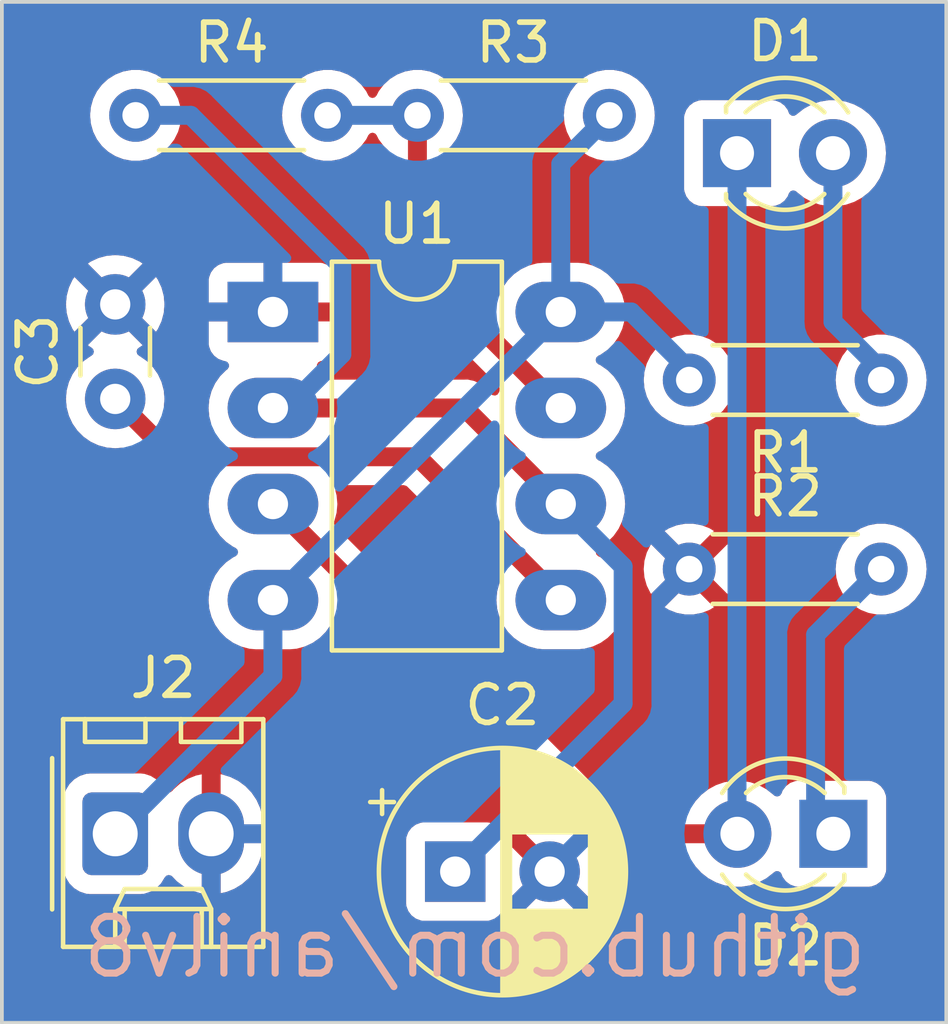
<source format=kicad_pcb>
(kicad_pcb (version 20221018) (generator pcbnew)
  (title_block (title "Flip-Flop with NE555 Timer") (date "2023-06-17") (rev "1.0"))
  (layers (0 "F.Cu" signal) (31 "B.Cu" signal) (34 "B.Paste" user) (35 "F.Paste" user) (36 "B.SilkS" user "B.Silkscreen") (37 "F.SilkS" user "F.Silkscreen") (38 "B.Mask" user) (39 "F.Mask" user) (44 "Edge.Cuts" user))
  (net 0 "")
  (net 1 "Net-(U1-THR)")
  (net 2 "GND")
  (net 3 "Net-(U1-CV)")
  (net 4 "Net-(D1-K)")
  (net 5 "Net-(D1-A)")
  (net 6 "Net-(D2-K)")
  (net 7 "+5V")
  (net 8 "Net-(U1-DIS)")
  (footprint "Resistor_THT:R_Axial_DIN0204_L3.6mm_D1.6mm_P5.08mm_Horizontal" (layer "F.Cu") (at 131 65)
    (fp_text reference "R3" (at 2.54 -1.92) (layer "F.SilkS"))
    (fp_text value "100k")
    (fp_line (start 0.62 -0.92) (end 4.46 -0.92) (stroke (width 0.12)) (layer "F.SilkS"))
    (fp_line (start 0.62 0.92) (end 4.46 0.92) (stroke (width 0.12)) (layer "F.SilkS"))
    (pad "1" thru_hole circle (at 0 0) (size 1.4 1.4) (drill 0.7) (layers "*.Cu" "*.Mask") (net 8 "Net-(U1-DIS)"))
    (pad "2" thru_hole oval (at 5.08 0) (size 1.4 1.4) (drill 0.7) (layers "*.Cu" "*.Mask") (net 7 "+5V"))
  )
  (footprint "Resistor_THT:R_Axial_DIN0204_L3.6mm_D1.6mm_P5.08mm_Horizontal" (layer "F.Cu") (at 123.54 65)
    (fp_text reference "R4" (at 2.54 -1.92) (layer "F.SilkS"))
    (fp_text value "50k" hide)
    (fp_line (start 0.62 -0.92) (end 4.46 -0.92) (stroke (width 0.12)) (layer "F.SilkS"))
    (fp_line (start 0.62 0.92) (end 4.46 0.92) (stroke (width 0.12)) (layer "F.SilkS"))
    (pad "1" thru_hole circle (at 0 0) (size 1.4 1.4) (drill 0.7) (layers "*.Cu" "*.Mask") (net 1 "Net-(U1-THR)"))
    (pad "2" thru_hole oval (at 5.08 0) (size 1.4 1.4) (drill 0.7) (layers "*.Cu" "*.Mask") (net 8 "Net-(U1-DIS)"))
  )
  (footprint "LED_THT:LED_D3.0mm" (layer "F.Cu") (at 139.46 66)
    (fp_text reference "D1" (at 1.27 -2.96) (layer "F.SilkS"))
    (fp_text value "LED")
    (fp_line (start -0.29 -1.236) (end -0.29 -1.08) (stroke (width 0.12)) (layer "F.SilkS"))
    (fp_line (start -0.29 1.08) (end -0.29 1.236) (stroke (width 0.12)) (layer "F.SilkS"))
    (fp_arc (start -0.29 -1.235516) (mid 1.366487 -1.987659) (end 2.942335 -1.078608) (stroke (width 0.12)) (layer "F.SilkS"))
    (fp_arc (start 0.229039 -1.08) (mid 1.270117 -1.5) (end 2.31113 -1.079837) (stroke (width 0.12)) (layer "F.SilkS"))
    (fp_arc (start 2.31113 1.079837) (mid 1.270117 1.5) (end 0.229039 1.08) (stroke (width 0.12)) (layer "F.SilkS"))
    (fp_arc (start 2.942335 1.078608) (mid 1.366487 1.987659) (end -0.29 1.235516) (stroke (width 0.12)) (layer "F.SilkS"))
    (pad "1" thru_hole rect (at 0 0) (size 1.8 1.8) (drill 0.9) (layers "*.Cu" "*.Mask") (net 4 "Net-(D1-K)"))
    (pad "2" thru_hole circle (at 2.54 0) (size 1.8 1.8) (drill 0.9) (layers "*.Cu" "*.Mask") (net 5 "Net-(D1-A)"))
  )
  (footprint "Package_DIP:DIP-8_W7.62mm_LongPads" (layer "F.Cu") (at 127.175 70.2)
    (fp_text reference "U1" (at 3.81 -2.33) (layer "F.SilkS"))
    (fp_text value "NE555P")
    (fp_line (start 1.56 -1.33) (end 1.56 8.95) (stroke (width 0.12)) (layer "F.SilkS"))
    (fp_line (start 1.56 8.95) (end 6.06 8.95) (stroke (width 0.12)) (layer "F.SilkS"))
    (fp_line (start 2.81 -1.33) (end 1.56 -1.33) (stroke (width 0.12)) (layer "F.SilkS"))
    (fp_line (start 6.06 -1.33) (end 4.81 -1.33) (stroke (width 0.12)) (layer "F.SilkS"))
    (fp_line (start 6.06 8.95) (end 6.06 -1.33) (stroke (width 0.12)) (layer "F.SilkS"))
    (fp_arc (start 4.81 -1.33) (mid 3.81 -0.33) (end 2.81 -1.33) (stroke (width 0.12)) (layer "F.SilkS"))
    (pad "1" thru_hole rect (at 0 0) (size 2.4 1.6) (drill 0.8) (layers "*.Cu" "*.Mask") (net 2 "GND"))
    (pad "2" thru_hole oval (at 0 2.54) (size 2.4 1.6) (drill 0.8) (layers "*.Cu" "*.Mask") (net 1 "Net-(U1-THR)"))
    (pad "3" thru_hole oval (at 0 5.08) (size 2.4 1.6) (drill 0.8) (layers "*.Cu" "*.Mask") (net 4 "Net-(D1-K)"))
    (pad "4" thru_hole oval (at 0 7.62) (size 2.4 1.6) (drill 0.8) (layers "*.Cu" "*.Mask") (net 7 "+5V"))
    (pad "5" thru_hole oval (at 7.62 7.62) (size 2.4 1.6) (drill 0.8) (layers "*.Cu" "*.Mask") (net 3 "Net-(U1-CV)"))
    (pad "6" thru_hole oval (at 7.62 5.08) (size 2.4 1.6) (drill 0.8) (layers "*.Cu" "*.Mask") (net 1 "Net-(U1-THR)"))
    (pad "7" thru_hole oval (at 7.62 2.54) (size 2.4 1.6) (drill 0.8) (layers "*.Cu" "*.Mask") (net 8 "Net-(U1-DIS)"))
    (pad "8" thru_hole oval (at 7.62 0) (size 2.4 1.6) (drill 0.8) (layers "*.Cu" "*.Mask") (net 7 "+5V"))
  )
  (footprint "Resistor_THT:R_Axial_DIN0204_L3.6mm_D1.6mm_P5.08mm_Horizontal" (layer "F.Cu") (at 138.195 77)
    (fp_text reference "R2" (at 2.54 -1.92) (layer "F.SilkS"))
    (fp_text value "330" hide)
    (fp_line (start 0.62 -0.92) (end 4.46 -0.92) (stroke (width 0.12)) (layer "F.SilkS"))
    (fp_line (start 0.62 0.92) (end 4.46 0.92) (stroke (width 0.12)) (layer "F.SilkS"))
    (pad "1" thru_hole circle (at 0 0) (size 1.4 1.4) (drill 0.7) (layers "*.Cu" "*.Mask") (net 2 "GND"))
    (pad "2" thru_hole oval (at 5.08 0) (size 1.4 1.4) (drill 0.7) (layers "*.Cu" "*.Mask") (net 6 "Net-(D2-K)"))
  )
  (footprint "Resistor_THT:R_Axial_DIN0204_L3.6mm_D1.6mm_P5.08mm_Horizontal" (layer "F.Cu") (at 143.275 72 180)
    (fp_text reference "R1" (at 2.54 -1.92) (layer "F.SilkS"))
    (fp_text value "330" hide)
    (fp_line (start 0.62 -0.92) (end 4.46 -0.92) (stroke (width 0.12)) (layer "F.SilkS"))
    (fp_line (start 0.62 0.92) (end 4.46 0.92) (stroke (width 0.12)) (layer "F.SilkS"))
    (pad "1" thru_hole circle (at 0 0 180) (size 1.4 1.4) (drill 0.7) (layers "*.Cu" "*.Mask") (net 5 "Net-(D1-A)"))
    (pad "2" thru_hole oval (at 5.08 0 180) (size 1.4 1.4) (drill 0.7) (layers "*.Cu" "*.Mask") (net 7 "+5V"))
  )
  (footprint "Capacitor_THT:CP_Radial_D6.3mm_P2.50mm" (layer "F.Cu") (at 132 85)
    (fp_text reference "C2" (at 1.25 -4.4) (layer "F.SilkS"))
    (fp_text value "10u" hide)
    (fp_line (start -2.250241 -1.839) (end -1.620241 -1.839) (stroke (width 0.12)) (layer "F.SilkS"))
    (fp_line (start -1.935241 -2.154) (end -1.935241 -1.524) (stroke (width 0.12)) (layer "F.SilkS"))
    (fp_line (start 1.25 -3.23) (end 1.25 3.23) (stroke (width 0.12)) (layer "F.SilkS"))
    (fp_line (start 1.29 -3.23) (end 1.29 3.23) (stroke (width 0.12)) (layer "F.SilkS"))
    (fp_line (start 1.33 -3.23) (end 1.33 3.23) (stroke (width 0.12)) (layer "F.SilkS"))
    (fp_line (start 1.37 -3.228) (end 1.37 3.228) (stroke (width 0.12)) (layer "F.SilkS"))
    (fp_line (start 1.41 -3.227) (end 1.41 3.227) (stroke (width 0.12)) (layer "F.SilkS"))
    (fp_line (start 1.45 -3.224) (end 1.45 3.224) (stroke (width 0.12)) (layer "F.SilkS"))
    (fp_line (start 1.49 -3.222) (end 1.49 -1.04) (stroke (width 0.12)) (layer "F.SilkS"))
    (fp_line (start 1.49 1.04) (end 1.49 3.222) (stroke (width 0.12)) (layer "F.SilkS"))
    (fp_line (start 1.53 -3.218) (end 1.53 -1.04) (stroke (width 0.12)) (layer "F.SilkS"))
    (fp_line (start 1.53 1.04) (end 1.53 3.218) (stroke (width 0.12)) (layer "F.SilkS"))
    (fp_line (start 1.57 -3.215) (end 1.57 -1.04) (stroke (width 0.12)) (layer "F.SilkS"))
    (fp_line (start 1.57 1.04) (end 1.57 3.215) (stroke (width 0.12)) (layer "F.SilkS"))
    (fp_line (start 1.61 -3.211) (end 1.61 -1.04) (stroke (width 0.12)) (layer "F.SilkS"))
    (fp_line (start 1.61 1.04) (end 1.61 3.211) (stroke (width 0.12)) (layer "F.SilkS"))
    (fp_line (start 1.65 -3.206) (end 1.65 -1.04) (stroke (width 0.12)) (layer "F.SilkS"))
    (fp_line (start 1.65 1.04) (end 1.65 3.206) (stroke (width 0.12)) (layer "F.SilkS"))
    (fp_line (start 1.69 -3.201) (end 1.69 -1.04) (stroke (width 0.12)) (layer "F.SilkS"))
    (fp_line (start 1.69 1.04) (end 1.69 3.201) (stroke (width 0.12)) (layer "F.SilkS"))
    (fp_line (start 1.73 -3.195) (end 1.73 -1.04) (stroke (width 0.12)) (layer "F.SilkS"))
    (fp_line (start 1.73 1.04) (end 1.73 3.195) (stroke (width 0.12)) (layer "F.SilkS"))
    (fp_line (start 1.77 -3.189) (end 1.77 -1.04) (stroke (width 0.12)) (layer "F.SilkS"))
    (fp_line (start 1.77 1.04) (end 1.77 3.189) (stroke (width 0.12)) (layer "F.SilkS"))
    (fp_line (start 1.81 -3.182) (end 1.81 -1.04) (stroke (width 0.12)) (layer "F.SilkS"))
    (fp_line (start 1.81 1.04) (end 1.81 3.182) (stroke (width 0.12)) (layer "F.SilkS"))
    (fp_line (start 1.85 -3.175) (end 1.85 -1.04) (stroke (width 0.12)) (layer "F.SilkS"))
    (fp_line (start 1.85 1.04) (end 1.85 3.175) (stroke (width 0.12)) (layer "F.SilkS"))
    (fp_line (start 1.89 -3.167) (end 1.89 -1.04) (stroke (width 0.12)) (layer "F.SilkS"))
    (fp_line (start 1.89 1.04) (end 1.89 3.167) (stroke (width 0.12)) (layer "F.SilkS"))
    (fp_line (start 1.93 -3.159) (end 1.93 -1.04) (stroke (width 0.12)) (layer "F.SilkS"))
    (fp_line (start 1.93 1.04) (end 1.93 3.159) (stroke (width 0.12)) (layer "F.SilkS"))
    (fp_line (start 1.971 -3.15) (end 1.971 -1.04) (stroke (width 0.12)) (layer "F.SilkS"))
    (fp_line (start 1.971 1.04) (end 1.971 3.15) (stroke (width 0.12)) (layer "F.SilkS"))
    (fp_line (start 2.011 -3.141) (end 2.011 -1.04) (stroke (width 0.12)) (layer "F.SilkS"))
    (fp_line (start 2.011 1.04) (end 2.011 3.141) (stroke (width 0.12)) (layer "F.SilkS"))
    (fp_line (start 2.051 -3.131) (end 2.051 -1.04) (stroke (width 0.12)) (layer "F.SilkS"))
    (fp_line (start 2.051 1.04) (end 2.051 3.131) (stroke (width 0.12)) (layer "F.SilkS"))
    (fp_line (start 2.091 -3.121) (end 2.091 -1.04) (stroke (width 0.12)) (layer "F.SilkS"))
    (fp_line (start 2.091 1.04) (end 2.091 3.121) (stroke (width 0.12)) (layer "F.SilkS"))
    (fp_line (start 2.131 -3.11) (end 2.131 -1.04) (stroke (width 0.12)) (layer "F.SilkS"))
    (fp_line (start 2.131 1.04) (end 2.131 3.11) (stroke (width 0.12)) (layer "F.SilkS"))
    (fp_line (start 2.171 -3.098) (end 2.171 -1.04) (stroke (width 0.12)) (layer "F.SilkS"))
    (fp_line (start 2.171 1.04) (end 2.171 3.098) (stroke (width 0.12)) (layer "F.SilkS"))
    (fp_line (start 2.211 -3.086) (end 2.211 -1.04) (stroke (width 0.12)) (layer "F.SilkS"))
    (fp_line (start 2.211 1.04) (end 2.211 3.086) (stroke (width 0.12)) (layer "F.SilkS"))
    (fp_line (start 2.251 -3.074) (end 2.251 -1.04) (stroke (width 0.12)) (layer "F.SilkS"))
    (fp_line (start 2.251 1.04) (end 2.251 3.074) (stroke (width 0.12)) (layer "F.SilkS"))
    (fp_line (start 2.291 -3.061) (end 2.291 -1.04) (stroke (width 0.12)) (layer "F.SilkS"))
    (fp_line (start 2.291 1.04) (end 2.291 3.061) (stroke (width 0.12)) (layer "F.SilkS"))
    (fp_line (start 2.331 -3.047) (end 2.331 -1.04) (stroke (width 0.12)) (layer "F.SilkS"))
    (fp_line (start 2.331 1.04) (end 2.331 3.047) (stroke (width 0.12)) (layer "F.SilkS"))
    (fp_line (start 2.371 -3.033) (end 2.371 -1.04) (stroke (width 0.12)) (layer "F.SilkS"))
    (fp_line (start 2.371 1.04) (end 2.371 3.033) (stroke (width 0.12)) (layer "F.SilkS"))
    (fp_line (start 2.411 -3.018) (end 2.411 -1.04) (stroke (width 0.12)) (layer "F.SilkS"))
    (fp_line (start 2.411 1.04) (end 2.411 3.018) (stroke (width 0.12)) (layer "F.SilkS"))
    (fp_line (start 2.451 -3.002) (end 2.451 -1.04) (stroke (width 0.12)) (layer "F.SilkS"))
    (fp_line (start 2.451 1.04) (end 2.451 3.002) (stroke (width 0.12)) (layer "F.SilkS"))
    (fp_line (start 2.491 -2.986) (end 2.491 -1.04) (stroke (width 0.12)) (layer "F.SilkS"))
    (fp_line (start 2.491 1.04) (end 2.491 2.986) (stroke (width 0.12)) (layer "F.SilkS"))
    (fp_line (start 2.531 -2.97) (end 2.531 -1.04) (stroke (width 0.12)) (layer "F.SilkS"))
    (fp_line (start 2.531 1.04) (end 2.531 2.97) (stroke (width 0.12)) (layer "F.SilkS"))
    (fp_line (start 2.571 -2.952) (end 2.571 -1.04) (stroke (width 0.12)) (layer "F.SilkS"))
    (fp_line (start 2.571 1.04) (end 2.571 2.952) (stroke (width 0.12)) (layer "F.SilkS"))
    (fp_line (start 2.611 -2.934) (end 2.611 -1.04) (stroke (width 0.12)) (layer "F.SilkS"))
    (fp_line (start 2.611 1.04) (end 2.611 2.934) (stroke (width 0.12)) (layer "F.SilkS"))
    (fp_line (start 2.651 -2.916) (end 2.651 -1.04) (stroke (width 0.12)) (layer "F.SilkS"))
    (fp_line (start 2.651 1.04) (end 2.651 2.916) (stroke (width 0.12)) (layer "F.SilkS"))
    (fp_line (start 2.691 -2.896) (end 2.691 -1.04) (stroke (width 0.12)) (layer "F.SilkS"))
    (fp_line (start 2.691 1.04) (end 2.691 2.896) (stroke (width 0.12)) (layer "F.SilkS"))
    (fp_line (start 2.731 -2.876) (end 2.731 -1.04) (stroke (width 0.12)) (layer "F.SilkS"))
    (fp_line (start 2.731 1.04) (end 2.731 2.876) (stroke (width 0.12)) (layer "F.SilkS"))
    (fp_line (start 2.771 -2.856) (end 2.771 -1.04) (stroke (width 0.12)) (layer "F.SilkS"))
    (fp_line (start 2.771 1.04) (end 2.771 2.856) (stroke (width 0.12)) (layer "F.SilkS"))
    (fp_line (start 2.811 -2.834) (end 2.811 -1.04) (stroke (width 0.12)) (layer "F.SilkS"))
    (fp_line (start 2.811 1.04) (end 2.811 2.834) (stroke (width 0.12)) (layer "F.SilkS"))
    (fp_line (start 2.851 -2.812) (end 2.851 -1.04) (stroke (width 0.12)) (layer "F.SilkS"))
    (fp_line (start 2.851 1.04) (end 2.851 2.812) (stroke (width 0.12)) (layer "F.SilkS"))
    (fp_line (start 2.891 -2.79) (end 2.891 -1.04) (stroke (width 0.12)) (layer "F.SilkS"))
    (fp_line (start 2.891 1.04) (end 2.891 2.79) (stroke (width 0.12)) (layer "F.SilkS"))
    (fp_line (start 2.931 -2.766) (end 2.931 -1.04) (stroke (width 0.12)) (layer "F.SilkS"))
    (fp_line (start 2.931 1.04) (end 2.931 2.766) (stroke (width 0.12)) (layer "F.SilkS"))
    (fp_line (start 2.971 -2.742) (end 2.971 -1.04) (stroke (width 0.12)) (layer "F.SilkS"))
    (fp_line (start 2.971 1.04) (end 2.971 2.742) (stroke (width 0.12)) (layer "F.SilkS"))
    (fp_line (start 3.011 -2.716) (end 3.011 -1.04) (stroke (width 0.12)) (layer "F.SilkS"))
    (fp_line (start 3.011 1.04) (end 3.011 2.716) (stroke (width 0.12)) (layer "F.SilkS"))
    (fp_line (start 3.051 -2.69) (end 3.051 -1.04) (stroke (width 0.12)) (layer "F.SilkS"))
    (fp_line (start 3.051 1.04) (end 3.051 2.69) (stroke (width 0.12)) (layer "F.SilkS"))
    (fp_line (start 3.091 -2.664) (end 3.091 -1.04) (stroke (width 0.12)) (layer "F.SilkS"))
    (fp_line (start 3.091 1.04) (end 3.091 2.664) (stroke (width 0.12)) (layer "F.SilkS"))
    (fp_line (start 3.131 -2.636) (end 3.131 -1.04) (stroke (width 0.12)) (layer "F.SilkS"))
    (fp_line (start 3.131 1.04) (end 3.131 2.636) (stroke (width 0.12)) (layer "F.SilkS"))
    (fp_line (start 3.171 -2.607) (end 3.171 -1.04) (stroke (width 0.12)) (layer "F.SilkS"))
    (fp_line (start 3.171 1.04) (end 3.171 2.607) (stroke (width 0.12)) (layer "F.SilkS"))
    (fp_line (start 3.211 -2.578) (end 3.211 -1.04) (stroke (width 0.12)) (layer "F.SilkS"))
    (fp_line (start 3.211 1.04) (end 3.211 2.578) (stroke (width 0.12)) (layer "F.SilkS"))
    (fp_line (start 3.251 -2.548) (end 3.251 -1.04) (stroke (width 0.12)) (layer "F.SilkS"))
    (fp_line (start 3.251 1.04) (end 3.251 2.548) (stroke (width 0.12)) (layer "F.SilkS"))
    (fp_line (start 3.291 -2.516) (end 3.291 -1.04) (stroke (width 0.12)) (layer "F.SilkS"))
    (fp_line (start 3.291 1.04) (end 3.291 2.516) (stroke (width 0.12)) (layer "F.SilkS"))
    (fp_line (start 3.331 -2.484) (end 3.331 -1.04) (stroke (width 0.12)) (layer "F.SilkS"))
    (fp_line (start 3.331 1.04) (end 3.331 2.484) (stroke (width 0.12)) (layer "F.SilkS"))
    (fp_line (start 3.371 -2.45) (end 3.371 -1.04) (stroke (width 0.12)) (layer "F.SilkS"))
    (fp_line (start 3.371 1.04) (end 3.371 2.45) (stroke (width 0.12)) (layer "F.SilkS"))
    (fp_line (start 3.411 -2.416) (end 3.411 -1.04) (stroke (width 0.12)) (layer "F.SilkS"))
    (fp_line (start 3.411 1.04) (end 3.411 2.416) (stroke (width 0.12)) (layer "F.SilkS"))
    (fp_line (start 3.451 -2.38) (end 3.451 -1.04) (stroke (width 0.12)) (layer "F.SilkS"))
    (fp_line (start 3.451 1.04) (end 3.451 2.38) (stroke (width 0.12)) (layer "F.SilkS"))
    (fp_line (start 3.491 -2.343) (end 3.491 -1.04) (stroke (width 0.12)) (layer "F.SilkS"))
    (fp_line (start 3.491 1.04) (end 3.491 2.343) (stroke (width 0.12)) (layer "F.SilkS"))
    (fp_line (start 3.531 -2.305) (end 3.531 -1.04) (stroke (width 0.12)) (layer "F.SilkS"))
    (fp_line (start 3.531 1.04) (end 3.531 2.305) (stroke (width 0.12)) (layer "F.SilkS"))
    (fp_line (start 3.571 -2.265) (end 3.571 2.265) (stroke (width 0.12)) (layer "F.SilkS"))
    (fp_line (start 3.611 -2.224) (end 3.611 2.224) (stroke (width 0.12)) (layer "F.SilkS"))
    (fp_line (start 3.651 -2.182) (end 3.651 2.182) (stroke (width 0.12)) (layer "F.SilkS"))
    (fp_line (start 3.691 -2.137) (end 3.691 2.137) (stroke (width 0.12)) (layer "F.SilkS"))
    (fp_line (start 3.731 -2.092) (end 3.731 2.092) (stroke (width 0.12)) (layer "F.SilkS"))
    (fp_line (start 3.771 -2.044) (end 3.771 2.044) (stroke (width 0.12)) (layer "F.SilkS"))
    (fp_line (start 3.811 -1.995) (end 3.811 1.995) (stroke (width 0.12)) (layer "F.SilkS"))
    (fp_line (start 3.851 -1.944) (end 3.851 1.944) (stroke (width 0.12)) (layer "F.SilkS"))
    (fp_line (start 3.891 -1.89) (end 3.891 1.89) (stroke (width 0.12)) (layer "F.SilkS"))
    (fp_line (start 3.931 -1.834) (end 3.931 1.834) (stroke (width 0.12)) (layer "F.SilkS"))
    (fp_line (start 3.971 -1.776) (end 3.971 1.776) (stroke (width 0.12)) (layer "F.SilkS"))
    (fp_line (start 4.011 -1.714) (end 4.011 1.714) (stroke (width 0.12)) (layer "F.SilkS"))
    (fp_line (start 4.051 -1.65) (end 4.051 1.65) (stroke (width 0.12)) (layer "F.SilkS"))
    (fp_line (start 4.091 -1.581) (end 4.091 1.581) (stroke (width 0.12)) (layer "F.SilkS"))
    (fp_line (start 4.131 -1.509) (end 4.131 1.509) (stroke (width 0.12)) (layer "F.SilkS"))
    (fp_line (start 4.171 -1.432) (end 4.171 1.432) (stroke (width 0.12)) (layer "F.SilkS"))
    (fp_line (start 4.211 -1.35) (end 4.211 1.35) (stroke (width 0.12)) (layer "F.SilkS"))
    (fp_line (start 4.251 -1.262) (end 4.251 1.262) (stroke (width 0.12)) (layer "F.SilkS"))
    (fp_line (start 4.291 -1.165) (end 4.291 1.165) (stroke (width 0.12)) (layer "F.SilkS"))
    (fp_line (start 4.331 -1.059) (end 4.331 1.059) (stroke (width 0.12)) (layer "F.SilkS"))
    (fp_line (start 4.371 -0.94) (end 4.371 0.94) (stroke (width 0.12)) (layer "F.SilkS"))
    (fp_line (start 4.411 -0.802) (end 4.411 0.802) (stroke (width 0.12)) (layer "F.SilkS"))
    (fp_line (start 4.451 -0.633) (end 4.451 0.633) (stroke (width 0.12)) (layer "F.SilkS"))
    (fp_line (start 4.491 -0.402) (end 4.491 0.402) (stroke (width 0.12)) (layer "F.SilkS"))
    (fp_circle (center 1.25 0) (end 4.52 0) (stroke (width 0.12)) (fill none) (layer "F.SilkS"))
    (pad "1" thru_hole rect (at 0 0) (size 1.6 1.6) (drill 0.8) (layers "*.Cu" "*.Mask") (net 1 "Net-(U1-THR)"))
    (pad "2" thru_hole circle (at 2.5 0) (size 1.6 1.6) (drill 0.8) (layers "*.Cu" "*.Mask") (net 2 "GND"))
  )
  (footprint "Capacitor_THT:C_Disc_D3.0mm_W1.6mm_P2.50mm" (layer "F.Cu") (at 123 72.5 90)
    (fp_text reference "C3" (at 1.25 -2.05 90) (layer "F.SilkS"))
    (fp_text value "0.1u" hide)
    (fp_line (start 0.621 -0.92) (end 1.879 -0.92) (stroke (width 0.12)) (layer "F.SilkS"))
    (fp_line (start 0.621 0.92) (end 1.879 0.92) (stroke (width 0.12)) (layer "F.SilkS"))
    (pad "1" thru_hole circle (at 0 0 90) (size 1.6 1.6) (drill 0.8) (layers "*.Cu" "*.Mask") (net 3 "Net-(U1-CV)"))
    (pad "2" thru_hole circle (at 2.5 0 90) (size 1.6 1.6) (drill 0.8) (layers "*.Cu" "*.Mask") (net 2 "GND"))
  )
  (footprint "LED_THT:LED_D3.0mm" (layer "F.Cu") (at 142.01 84 180)
    (fp_text reference "D2" (at 1.27 -2.96) (layer "F.SilkS"))
    (fp_text value "LED")
    (fp_line (start -0.29 -1.236) (end -0.29 -1.08) (stroke (width 0.12)) (layer "F.SilkS"))
    (fp_line (start -0.29 1.08) (end -0.29 1.236) (stroke (width 0.12)) (layer "F.SilkS"))
    (fp_arc (start -0.29 -1.235516) (mid 1.366487 -1.987659) (end 2.942335 -1.078608) (stroke (width 0.12)) (layer "F.SilkS"))
    (fp_arc (start 0.229039 -1.08) (mid 1.270117 -1.5) (end 2.31113 -1.079837) (stroke (width 0.12)) (layer "F.SilkS"))
    (fp_arc (start 2.31113 1.079837) (mid 1.270117 1.5) (end 0.229039 1.08) (stroke (width 0.12)) (layer "F.SilkS"))
    (fp_arc (start 2.942335 1.078608) (mid 1.366487 1.987659) (end -0.29 1.235516) (stroke (width 0.12)) (layer "F.SilkS"))
    (pad "1" thru_hole rect (at 0 0 180) (size 1.8 1.8) (drill 0.9) (layers "*.Cu" "*.Mask") (net 6 "Net-(D2-K)"))
    (pad "2" thru_hole circle (at 2.54 0 180) (size 1.8 1.8) (drill 0.9) (layers "*.Cu" "*.Mask") (net 4 "Net-(D1-K)"))
  )
  (footprint "Connector_Molex:Molex_KK-254_AE-6410-02A_1x02_P2.54mm_Vertical" (layer "F.Cu") (at 123 84)
    (fp_text reference "J2" (at 1.27 -4.12) (layer "F.SilkS"))
    (fp_text value "Conn_01x02_Pin" hide)
    (fp_line (start -1.67 -2) (end -1.67 2) (stroke (width 0.12)) (layer "F.SilkS"))
    (fp_line (start -1.38 -3.03) (end -1.38 2.99) (stroke (width 0.12)) (layer "F.SilkS"))
    (fp_line (start -1.38 2.99) (end 3.92 2.99) (stroke (width 0.12)) (layer "F.SilkS"))
    (fp_line (start -0.8 -3.03) (end -0.8 -2.43) (stroke (width 0.12)) (layer "F.SilkS"))
    (fp_line (start -0.8 -2.43) (end 0.8 -2.43) (stroke (width 0.12)) (layer "F.SilkS"))
    (fp_line (start 0 1.99) (end 0.25 1.46) (stroke (width 0.12)) (layer "F.SilkS"))
    (fp_line (start 0 1.99) (end 2.54 1.99) (stroke (width 0.12)) (layer "F.SilkS"))
    (fp_line (start 0 2.99) (end 0 1.99) (stroke (width 0.12)) (layer "F.SilkS"))
    (fp_line (start 0.25 1.46) (end 2.29 1.46) (stroke (width 0.12)) (layer "F.SilkS"))
    (fp_line (start 0.25 2.99) (end 0.25 1.99) (stroke (width 0.12)) (layer "F.SilkS"))
    (fp_line (start 0.8 -2.43) (end 0.8 -3.03) (stroke (width 0.12)) (layer "F.SilkS"))
    (fp_line (start 1.74 -3.03) (end 1.74 -2.43) (stroke (width 0.12)) (layer "F.SilkS"))
    (fp_line (start 1.74 -2.43) (end 3.34 -2.43) (stroke (width 0.12)) (layer "F.SilkS"))
    (fp_line (start 2.29 1.46) (end 2.54 1.99) (stroke (width 0.12)) (layer "F.SilkS"))
    (fp_line (start 2.29 2.99) (end 2.29 1.99) (stroke (width 0.12)) (layer "F.SilkS"))
    (fp_line (start 2.54 1.99) (end 2.54 2.99) (stroke (width 0.12)) (layer "F.SilkS"))
    (fp_line (start 3.34 -2.43) (end 3.34 -3.03) (stroke (width 0.12)) (layer "F.SilkS"))
    (fp_line (start 3.92 -3.03) (end -1.38 -3.03) (stroke (width 0.12)) (layer "F.SilkS"))
    (fp_line (start 3.92 2.99) (end 3.92 -3.03) (stroke (width 0.12)) (layer "F.SilkS"))
    (pad "1" thru_hole roundrect (at 0 0) (size 1.74 2.19) (drill 1.19) (layers "*.Cu" "*.Mask") (roundrect_rratio 0.1436781609) (net 7 "+5V"))
    (pad "2" thru_hole oval (at 2.54 0) (size 1.74 2.19) (drill 1.19) (layers "*.Cu" "*.Mask") (net 2 "GND"))
  )
  (gr_line (start 145 89) (end 120 89) (stroke (width 0.1)) (layer "Edge.Cuts"))
  (gr_line (start 120 89) (end 120 62) (stroke (width 0.1)) (layer "Edge.Cuts"))
  (gr_line (start 120 62) (end 145 62) (stroke (width 0.1)) (layer "Edge.Cuts"))
  (gr_line (start 145 62) (end 145 89) (stroke (width 0.1)) (layer "Edge.Cuts"))
  (gr_text "github.com/anilv8" (at 143 87) (layer "B.SilkS") (effects (font (size 1.5 1.5) (thickness 0.1875)) (justify left mirror)))
  (segment (start 132.255 72.74) (end 134.795 75.28) (width 0.5) (layer "F.Cu") (net 1))
  (segment (start 127.175 72.74) (end 132.255 72.74) (width 0.5) (layer "F.Cu") (net 1))
  (segment (start 129 69) (end 125 65) (width 0.5) (layer "B.Cu") (net 1))
  (segment (start 125 65) (end 123.54 65) (width 0.5) (layer "B.Cu") (net 1))
  (segment (start 134.795 75.28) (end 136.445 76.93) (width 0.5) (layer "B.Cu") (net 1))
  (segment (start 129 71.315) (end 129 69) (width 0.5) (layer "B.Cu") (net 1))
  (segment (start 127.175 72.74) (end 127.575 72.74) (width 0.5) (layer "B.Cu") (net 1))
  (segment (start 136.445 76.93) (end 136.445 80.555) (width 0.5) (layer "B.Cu") (net 1))
  (segment (start 136.445 80.555) (end 132 85) (width 0.5) (layer "B.Cu") (net 1))
  (segment (start 127.575 72.74) (end 129 71.315) (width 0.5) (layer "B.Cu") (net 1))
  (segment (start 124.53 74.03) (end 131.005 74.03) (width 0.5) (layer "F.Cu") (net 3))
  (segment (start 123 72.5) (end 124.53 74.03) (width 0.5) (layer "F.Cu") (net 3))
  (segment (start 131.005 74.03) (end 134.795 77.82) (width 0.5) (layer "F.Cu") (net 3))
  (segment (start 135.895 84) (end 139.47 84) (width 0.5) (layer "F.Cu") (net 4))
  (segment (start 127.175 75.28) (end 135.895 84) (width 0.5) (layer "F.Cu") (net 4))
  (segment (start 139.46 83.99) (end 139.47 84) (width 0.5) (layer "B.Cu") (net 4))
  (segment (start 139.46 66) (end 139.46 83.99) (width 0.5) (layer "B.Cu") (net 4))
  (segment (start 142 66) (end 142 70.46) (width 0.5) (layer "B.Cu") (net 5))
  (segment (start 142 70.46) (end 143.54 72) (width 0.5) (layer "B.Cu") (net 5))
  (segment (start 141.54 84) (end 141.54 78.735) (width 0.5) (layer "B.Cu") (net 6))
  (segment (start 141.54 78.735) (end 143.275 77) (width 0.5) (layer "B.Cu") (net 6))
  (segment (start 134.795 66.285) (end 136.08 65) (width 0.5) (layer "B.Cu") (net 7))
  (segment (start 127.175 79.825) (end 127.175 77.82) (width 0.5) (layer "B.Cu") (net 7))
  (segment (start 127.175 77.82) (end 134.795 70.2) (width 0.5) (layer "B.Cu") (net 7))
  (segment (start 136.66 70.2) (end 138.46 72) (width 0.5) (layer "B.Cu") (net 7))
  (segment (start 134.795 70.2) (end 134.795 66.285) (width 0.5) (layer "B.Cu") (net 7))
  (segment (start 123 84) (end 127.175 79.825) (width 0.5) (layer "B.Cu") (net 7))
  (segment (start 134.795 70.2) (end 136.66 70.2) (width 0.5) (layer "B.Cu") (net 7))
  (segment (start 134.795 72.74) (end 131 68.945) (width 0.5) (layer "F.Cu") (net 8))
  (segment (start 131 68.945) (end 131 65) (width 0.5) (layer "F.Cu") (net 8))
  (segment (start 128.62 65) (end 131 65) (width 0.5) (layer "B.Cu") (net 8))
  (zone (net 2) (net_name "GND") (layer "F.Cu") (connect_pads (clearance 0.5)) (min_thickness 0.25) (fill yes (thermal_gap 0.5) (thermal_bridge_width 0.5))
    (polygon (pts (xy 120 62) (xy 145 62) (xy 145 89) (xy 120 89)))
  )
  (zone (net 2) (net_name "GND") (layer "B.Cu") (priority 1) (connect_pads (clearance 0.5)) (min_thickness 0.25) (fill yes (thermal_gap 0.5) (thermal_bridge_width 0.5))
    (polygon (pts (xy 120 62) (xy 145 62) (xy 145 89) (xy 120 89)))
  )
)
</source>
